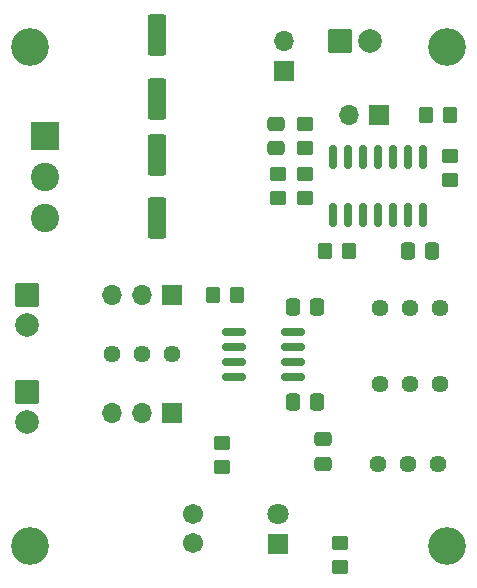
<source format=gbr>
%TF.GenerationSoftware,KiCad,Pcbnew,7.0.11-7.0.11~ubuntu22.04.1*%
%TF.CreationDate,2024-03-09T07:06:09+01:00*%
%TF.ProjectId,elcirc2024,656c6369-7263-4323-9032-342e6b696361,rev?*%
%TF.SameCoordinates,Original*%
%TF.FileFunction,Soldermask,Top*%
%TF.FilePolarity,Negative*%
%FSLAX46Y46*%
G04 Gerber Fmt 4.6, Leading zero omitted, Abs format (unit mm)*
G04 Created by KiCad (PCBNEW 7.0.11-7.0.11~ubuntu22.04.1) date 2024-03-09 07:06:09*
%MOMM*%
%LPD*%
G01*
G04 APERTURE LIST*
G04 Aperture macros list*
%AMRoundRect*
0 Rectangle with rounded corners*
0 $1 Rounding radius*
0 $2 $3 $4 $5 $6 $7 $8 $9 X,Y pos of 4 corners*
0 Add a 4 corners polygon primitive as box body*
4,1,4,$2,$3,$4,$5,$6,$7,$8,$9,$2,$3,0*
0 Add four circle primitives for the rounded corners*
1,1,$1+$1,$2,$3*
1,1,$1+$1,$4,$5*
1,1,$1+$1,$6,$7*
1,1,$1+$1,$8,$9*
0 Add four rect primitives between the rounded corners*
20,1,$1+$1,$2,$3,$4,$5,0*
20,1,$1+$1,$4,$5,$6,$7,0*
20,1,$1+$1,$6,$7,$8,$9,0*
20,1,$1+$1,$8,$9,$2,$3,0*%
G04 Aperture macros list end*
%ADD10R,1.800000X1.800000*%
%ADD11C,1.800000*%
%ADD12RoundRect,0.250000X0.450000X-0.350000X0.450000X0.350000X-0.450000X0.350000X-0.450000X-0.350000X0*%
%ADD13C,1.704000*%
%ADD14RoundRect,0.250000X-0.450000X0.350000X-0.450000X-0.350000X0.450000X-0.350000X0.450000X0.350000X0*%
%ADD15C,3.200000*%
%ADD16RoundRect,0.102000X-0.900000X-0.900000X0.900000X-0.900000X0.900000X0.900000X-0.900000X0.900000X0*%
%ADD17C,2.004000*%
%ADD18RoundRect,0.250000X-0.337500X-0.475000X0.337500X-0.475000X0.337500X0.475000X-0.337500X0.475000X0*%
%ADD19C,1.440000*%
%ADD20R,1.700000X1.700000*%
%ADD21O,1.700000X1.700000*%
%ADD22RoundRect,0.150000X-0.825000X-0.150000X0.825000X-0.150000X0.825000X0.150000X-0.825000X0.150000X0*%
%ADD23RoundRect,0.102000X-0.900000X0.900000X-0.900000X-0.900000X0.900000X-0.900000X0.900000X0.900000X0*%
%ADD24RoundRect,0.250000X0.350000X0.450000X-0.350000X0.450000X-0.350000X-0.450000X0.350000X-0.450000X0*%
%ADD25RoundRect,0.250000X-0.550000X1.500000X-0.550000X-1.500000X0.550000X-1.500000X0.550000X1.500000X0*%
%ADD26RoundRect,0.250000X-0.350000X-0.450000X0.350000X-0.450000X0.350000X0.450000X-0.350000X0.450000X0*%
%ADD27RoundRect,0.250000X-0.475000X0.337500X-0.475000X-0.337500X0.475000X-0.337500X0.475000X0.337500X0*%
%ADD28RoundRect,0.150000X-0.150000X0.825000X-0.150000X-0.825000X0.150000X-0.825000X0.150000X0.825000X0*%
%ADD29R,2.400000X2.400000*%
%ADD30C,2.400000*%
G04 APERTURE END LIST*
D10*
%TO.C,LED1*%
X100000000Y-100525000D03*
D11*
X100000000Y-97985000D03*
%TD*%
D12*
%TO.C,R9*%
X105250000Y-102500000D03*
X105250000Y-100500000D03*
%TD*%
D13*
%TO.C,PHR1*%
X92750000Y-98000000D03*
X92750000Y-100500000D03*
%TD*%
D14*
%TO.C,R4*%
X102250000Y-65000000D03*
X102250000Y-67000000D03*
%TD*%
D12*
%TO.C,R5*%
X95250000Y-94000000D03*
X95250000Y-92000000D03*
%TD*%
D15*
%TO.C,H4*%
X114250000Y-58500000D03*
%TD*%
D16*
%TO.C,J2*%
X105230000Y-58000000D03*
D17*
X107770000Y-58000000D03*
%TD*%
D15*
%TO.C,H1*%
X79000000Y-100750000D03*
%TD*%
%TO.C,H2*%
X79000000Y-58500000D03*
%TD*%
D18*
%TO.C,C3*%
X101212500Y-80500000D03*
X103287500Y-80500000D03*
%TD*%
D19*
%TO.C,TR3*%
X113657500Y-87010000D03*
X111117500Y-87010000D03*
X108577500Y-87010000D03*
%TD*%
D18*
%TO.C,C7*%
X110962500Y-75750000D03*
X113037500Y-75750000D03*
%TD*%
D12*
%TO.C,R8*%
X114500000Y-69750000D03*
X114500000Y-67750000D03*
%TD*%
D20*
%TO.C,JP3*%
X100500000Y-60525000D03*
D21*
X100500000Y-57985000D03*
%TD*%
D22*
%TO.C,U1*%
X96275000Y-82595000D03*
X96275000Y-83865000D03*
X96275000Y-85135000D03*
X96275000Y-86405000D03*
X101225000Y-86405000D03*
X101225000Y-85135000D03*
X101225000Y-83865000D03*
X101225000Y-82595000D03*
%TD*%
D23*
%TO.C,J4*%
X78750000Y-87710000D03*
D17*
X78750000Y-90250000D03*
%TD*%
D24*
%TO.C,R7*%
X114500000Y-64250000D03*
X112500000Y-64250000D03*
%TD*%
D25*
%TO.C,C1*%
X89750000Y-57450000D03*
X89750000Y-62850000D03*
%TD*%
D26*
%TO.C,R6*%
X94500000Y-79500000D03*
X96500000Y-79500000D03*
%TD*%
D12*
%TO.C,R3*%
X102250000Y-71250000D03*
X102250000Y-69250000D03*
%TD*%
D20*
%TO.C,JP2*%
X91025000Y-79500000D03*
D21*
X88485000Y-79500000D03*
X85945000Y-79500000D03*
%TD*%
D27*
%TO.C,C8*%
X99800000Y-64972500D03*
X99800000Y-67047500D03*
%TD*%
D25*
%TO.C,C2*%
X89750000Y-67600000D03*
X89750000Y-73000000D03*
%TD*%
D28*
%TO.C,U2*%
X112272500Y-67775000D03*
X111002500Y-67775000D03*
X109732500Y-67775000D03*
X108462500Y-67775000D03*
X107192500Y-67775000D03*
X105922500Y-67775000D03*
X104652500Y-67775000D03*
X104652500Y-72725000D03*
X105922500Y-72725000D03*
X107192500Y-72725000D03*
X108462500Y-72725000D03*
X109732500Y-72725000D03*
X111002500Y-72725000D03*
X112272500Y-72725000D03*
%TD*%
D20*
%TO.C,JP1*%
X91000000Y-89500000D03*
D21*
X88460000Y-89500000D03*
X85920000Y-89500000D03*
%TD*%
D12*
%TO.C,R2*%
X100000000Y-71250000D03*
X100000000Y-69250000D03*
%TD*%
D29*
%TO.C,J1*%
X80250000Y-66000000D03*
D30*
X80250000Y-69500000D03*
X80250000Y-73000000D03*
%TD*%
D23*
%TO.C,J3*%
X78750000Y-79460000D03*
D17*
X78750000Y-82000000D03*
%TD*%
D19*
%TO.C,TR2*%
X113657500Y-80560000D03*
X111117500Y-80560000D03*
X108577500Y-80560000D03*
%TD*%
%TO.C,TR4*%
X85950000Y-84500000D03*
X88490000Y-84500000D03*
X91030000Y-84500000D03*
%TD*%
D24*
%TO.C,R1*%
X105962500Y-75750000D03*
X103962500Y-75750000D03*
%TD*%
D27*
%TO.C,C9*%
X103750000Y-91712500D03*
X103750000Y-93787500D03*
%TD*%
D19*
%TO.C,TR1*%
X113550000Y-93750000D03*
X111010000Y-93750000D03*
X108470000Y-93750000D03*
%TD*%
D15*
%TO.C,H3*%
X114250000Y-100750000D03*
%TD*%
D20*
%TO.C,JP4*%
X108525000Y-64250000D03*
D21*
X105985000Y-64250000D03*
%TD*%
D18*
%TO.C,C4*%
X101212500Y-88500000D03*
X103287500Y-88500000D03*
%TD*%
M02*

</source>
